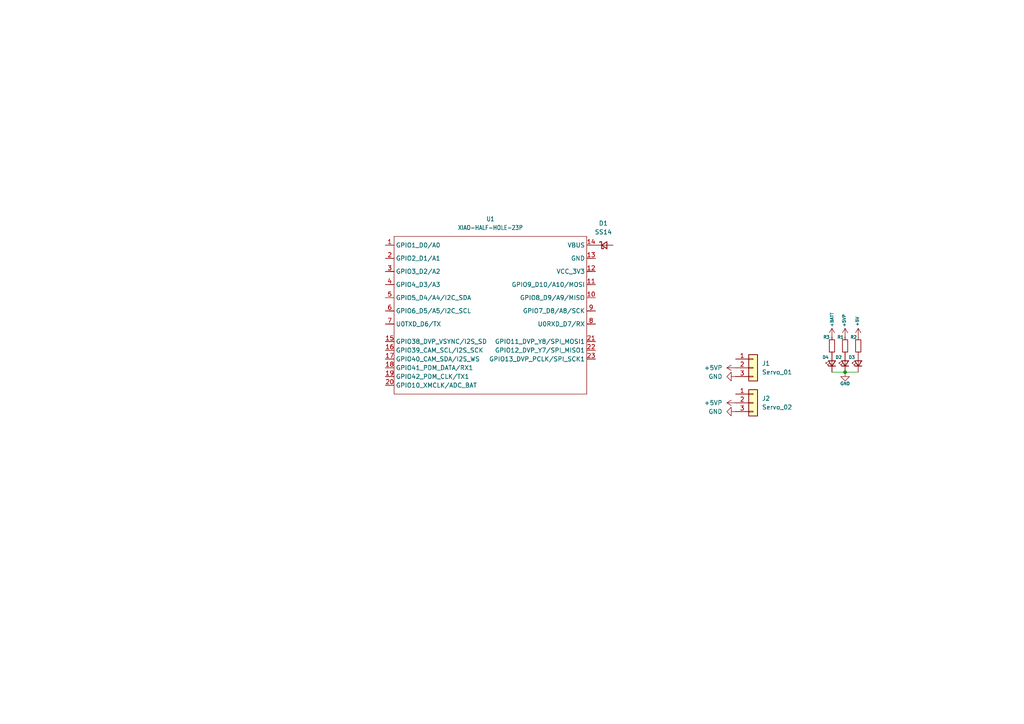
<source format=kicad_sch>
(kicad_sch (version 20250114) (generator "eeschema") (generator_version "9.0")
  (paper "A4")
  (lib_symbols
    (symbol "Connector_Generic:Conn_01x03" (pin_names (offset 1.016) (hide yes))
      (property "Reference" "J" (at 0 5.08 0))
      (property "Value" "Conn_01x03" (at 0 -5.08 0))
      (symbol "Conn_01x03_1_1"
        (rectangle (start -1.27 3.81) (end 1.27 -3.81) (stroke (width 0.254)) (fill (type background)))
        (rectangle (start -1.27 2.667) (end 0 2.413) (stroke (width 0.1524)))
        (rectangle (start -1.27 0.127) (end 0 -0.127) (stroke (width 0.1524)))
        (rectangle (start -1.27 -2.413) (end 0 -2.667) (stroke (width 0.1524)))
        (pin passive line (at -5.08 2.54 0) (length 3.81) (name "Pin_1") (number "1"))
        (pin passive line (at -5.08 0 0) (length 3.81) (name "Pin_2") (number "2"))
        (pin passive line (at -5.08 -2.54 0) (length 3.81) (name "Pin_3") (number "3"))
      )
    )
    (symbol "Device:D_Schottky_Small" (pin_numbers (hide yes)) (pin_names (offset 0.254) (hide yes))
      (property "Reference" "D" (at -1.27 2.032 0))
      (property "Value" "D_Schottky_Small" (at -7.112 -2.032 0))
      (symbol "D_Schottky_Small_0_1"
        (polyline (pts (xy -1.27 0.762) (xy -1.27 1.016) (xy -0.762 1.016) (xy -0.762 -1.016) (xy -0.254 -1.016) (xy -0.254 -0.762)) (stroke (width 0.254)))
        (polyline (pts (xy -0.762 0) (xy 0.762 0)))
        (polyline (pts (xy 0.762 -1.016) (xy -0.762 0) (xy 0.762 1.016) (xy 0.762 -1.016)) (stroke (width 0.254)))
      )
      (symbol "D_Schottky_Small_1_1"
        (pin passive line (at -2.54 0 0) (length 1.778) (name "K") (number "1"))
        (pin passive line (at 2.54 0 180) (length 1.778) (name "A") (number "2"))
      )
    )
    (symbol "Device:LED_Small" (pin_numbers (hide yes)) (pin_names (offset 0.254) (hide yes))
      (property "Reference" "D" (at -1.27 3.175 0))
      (property "Value" "LED_Small" (at -4.445 -2.54 0))
      (symbol "LED_Small_0_1"
        (polyline (pts (xy -0.762 -1.016) (xy -0.762 1.016)) (stroke (width 0.254)))
        (polyline (pts (xy 0 0.762) (xy -0.508 1.27) (xy -0.254 1.27) (xy -0.508 1.27) (xy -0.508 1.016)))
        (polyline (pts (xy 0.508 1.27) (xy 0 1.778) (xy 0.254 1.778) (xy 0 1.778) (xy 0 1.524)))
        (polyline (pts (xy 0.762 -1.016) (xy -0.762 0) (xy 0.762 1.016) (xy 0.762 -1.016)) (stroke (width 0.254)))
        (polyline (pts (xy 1.016 0) (xy -0.762 0)))
      )
      (symbol "LED_Small_1_1"
        (pin passive line (at -2.54 0 0) (length 1.778) (name "K") (number "1"))
        (pin passive line (at 2.54 0 180) (length 1.778) (name "A") (number "2"))
      )
    )
    (symbol "Device:R_Small" (pin_numbers (hide yes)) (pin_names (offset 0.254) (hide yes))
      (property "Reference" "R" (at 0 0 90))
      (property "Value" "R_Small" (at 1.778 0 90))
      (symbol "R_Small_0_1"
        (rectangle (start -0.762 1.778) (end 0.762 -1.778) (stroke (width 0.2032)))
      )
      (symbol "R_Small_1_1"
        (pin passive line (at 0 2.54 270) (length 0.762) (name "~") (number "1"))
        (pin passive line (at 0 -2.54 90) (length 0.762) (name "~") (number "2"))
      )
    )
    (symbol "MOUDLE-SEEEDUINO-XIAO-ESP32S3-Plus:Module/XIAO-HALF-HOLE-23P"
      (property "Reference" "U2" (at -20.828 17.018 0))
      (property "Value" "XIAO-HALF-HOLE-23P" (at -12.446 14.986 0))
      (symbol "Module/XIAO-HALF-HOLE-23P_0_1"
        (polyline (pts (xy -21.59 -13.97) (xy -21.59 -31.75) (xy 34.29 -31.75) (xy 34.29 -13.97)))
      )
      (symbol "Module/XIAO-HALF-HOLE-23P_1_0"
        (polyline (pts (xy -21.59 13.97) (xy 34.29 13.97)) (stroke (width 0.1524)))
        (polyline (pts (xy -21.59 11.43) (xy -22.86 11.43)) (stroke (width 0.1524)))
        (polyline (pts (xy -21.59 11.43) (xy -21.59 13.97)) (stroke (width 0.1524)))
        (polyline (pts (xy -21.59 7.62) (xy -22.86 7.62)) (stroke (width 0.1524)))
        (polyline (pts (xy -21.59 7.62) (xy -21.59 11.43)) (stroke (width 0.1524)))
        (polyline (pts (xy -21.59 3.81) (xy -22.86 3.81)) (stroke (width 0.1524)))
        (polyline (pts (xy -21.59 3.81) (xy -21.59 7.62)) (stroke (width 0.1524)))
        (polyline (pts (xy -21.59 0) (xy -22.86 0)) (stroke (width 0.1524)))
        (polyline (pts (xy -21.59 0) (xy -21.59 3.81)) (stroke (width 0.1524)))
        (polyline (pts (xy -21.59 -3.81) (xy -22.86 -3.81)) (stroke (width 0.1524)))
        (polyline (pts (xy -21.59 -7.62) (xy -22.86 -7.62)) (stroke (width 0.1524)))
        (polyline (pts (xy -21.59 -11.43) (xy -22.86 -11.43)) (stroke (width 0.1524)))
        (polyline (pts (xy -21.59 -13.97) (xy -21.59 0)) (stroke (width 0.1524)))
        (polyline (pts (xy 34.29 13.97) (xy 34.29 11.43)) (stroke (width 0.1524)))
        (polyline (pts (xy 34.29 11.43) (xy 34.29 7.62)) (stroke (width 0.1524)))
        (polyline (pts (xy 34.29 7.62) (xy 34.29 3.81)) (stroke (width 0.1524)))
        (polyline (pts (xy 34.29 3.81) (xy 34.29 -13.97)) (stroke (width 0.1524)))
        (polyline (pts (xy 35.56 11.43) (xy 34.29 11.43)) (stroke (width 0.1524)))
        (polyline (pts (xy 35.56 7.62) (xy 34.29 7.62)) (stroke (width 0.1524)))
        (polyline (pts (xy 35.56 3.81) (xy 34.29 3.81)) (stroke (width 0.1524)))
        (polyline (pts (xy 35.56 0) (xy 34.29 0)) (stroke (width 0.1524)))
        (polyline (pts (xy 35.56 -3.81) (xy 34.29 -3.81)) (stroke (width 0.1524)))
        (polyline (pts (xy 35.56 -7.62) (xy 34.29 -7.62)) (stroke (width 0.1524)))
        (polyline (pts (xy 35.56 -11.43) (xy 34.29 -11.43)) (stroke (width 0.1524)))
        (pin passive line (at -24.13 11.43 0) (length 2.54) (name "GPIO1_D0/A0") (number "1"))
        (pin passive line (at -24.13 7.62 0) (length 2.54) (name "GPIO2_D1/A1") (number "2"))
        (pin passive line (at -24.13 3.81 0) (length 2.54) (name "GPIO3_D2/A2") (number "3"))
        (pin passive line (at -24.13 0 0) (length 2.54) (name "GPIO4_D3/A3") (number "4"))
        (pin passive line (at -24.13 -3.81 0) (length 2.54) (name "GPIO5_D4/A4/I2C_SDA") (number "5"))
        (pin passive line (at -24.13 -7.62 0) (length 2.54) (name "GPIO6_D5/A5/I2C_SCL") (number "6"))
        (pin passive line (at -24.13 -11.43 0) (length 2.54) (name "U0TXD_D6/TX") (number "7"))
        (pin passive line (at 36.83 11.43 180) (length 2.54) (name "VBUS") (number "14"))
        (pin passive line (at 36.83 7.62 180) (length 2.54) (name "GND") (number "13"))
        (pin passive line (at 36.83 3.81 180) (length 2.54) (name "VCC_3V3") (number "12"))
        (pin passive line (at 36.83 0 180) (length 2.54) (name "GPIO9_D10/A10/MOSI") (number "11"))
        (pin passive line (at 36.83 -3.81 180) (length 2.54) (name "GPIO8_D9/A9/MISO") (number "10"))
        (pin passive line (at 36.83 -7.62 180) (length 2.54) (name "GPIO7_D8/A8/SCK") (number "9"))
        (pin passive line (at 36.83 -11.43 180) (length 2.54) (name "U0RXD_D7/RX") (number "8"))
      )
      (symbol "Module/XIAO-HALF-HOLE-23P_1_1"
        (pin passive line (at -24.13 -16.51 0) (length 2.54) (name "GPIO38_DVP_VSYNC/I2S_SD") (number "15"))
        (pin passive line (at -24.13 -19.05 0) (length 2.54) (name "GPIO39_CAM_SCL/I2S_SCK") (number "16"))
        (pin passive line (at -24.13 -21.59 0) (length 2.54) (name "GPIO40_CAM_SDA/I2S_WS") (number "17"))
        (pin passive line (at -24.13 -24.13 0) (length 2.54) (name "GPIO41_PDM_DATA/RX1") (number "18"))
        (pin passive line (at -24.13 -26.67 0) (length 2.54) (name "GPIO42_PDM_CLK/TX1") (number "19"))
        (pin passive line (at -24.13 -29.21 0) (length 2.54) (name "GPIO10_XMCLK/ADC_BAT") (number "20"))
        (pin passive line (at 36.83 -16.51 180) (length 2.54) (name "GPIO11_DVP_Y8/SPI_MOSI1") (number "21"))
        (pin passive line (at 36.83 -19.05 180) (length 2.54) (name "GPIO12_DVP_Y7/SPI_MISO1") (number "22"))
        (pin passive line (at 36.83 -21.59 180) (length 2.54) (name "GPIO13_DVP_PCLK/SPI_SCK1") (number "23"))
      )
    )
    (symbol "power:+5V" (power) (pin_numbers (hide yes)) (pin_names (offset 0) (hide yes))
      (property "Value" "+5V" (at 0 3.556 0))
      (symbol "+5V_0_1"
        (polyline (pts (xy -0.762 1.27) (xy 0 2.54)))
        (polyline (pts (xy 0 2.54) (xy 0.762 1.27)))
        (polyline (pts (xy 0 0) (xy 0 2.54)))
      )
      (symbol "+5V_1_1"
        (pin power_in line (at 0 0 90) (length 0) (name "~") (number "1"))
      )
    )
    (symbol "power:+5VP" (power) (pin_numbers (hide yes)) (pin_names (offset 0) (hide yes))
      (property "Value" "+5VP" (at 0 3.556 0))
      (symbol "+5VP_0_1"
        (polyline (pts (xy -0.762 1.27) (xy 0 2.54)))
        (polyline (pts (xy 0 2.54) (xy 0.762 1.27)))
        (polyline (pts (xy 0 0) (xy 0 2.54)))
      )
      (symbol "+5VP_1_1"
        (pin power_in line (at 0 0 90) (length 0) (name "~") (number "1"))
      )
    )
    (symbol "power:+BATT" (power) (pin_numbers (hide yes)) (pin_names (offset 0) (hide yes))
      (property "Value" "+BATT" (at 0 3.556 0))
      (symbol "+BATT_0_1"
        (polyline (pts (xy -0.762 1.27) (xy 0 2.54)))
        (polyline (pts (xy 0 2.54) (xy 0.762 1.27)))
        (polyline (pts (xy 0 0) (xy 0 2.54)))
      )
      (symbol "+BATT_1_1"
        (pin power_in line (at 0 0 90) (length 0) (name "~") (number "1"))
      )
    )
    (symbol "power:GND" (power) (pin_numbers (hide yes)) (pin_names (offset 0) (hide yes))
      (property "Value" "GND" (at 0 -3.81 0))
      (symbol "GND_0_1"
        (polyline (pts (xy 0 0) (xy 0 -1.27) (xy 1.27 -1.27) (xy 0 -2.54) (xy -1.27 -1.27) (xy 0 -1.27)))
      )
      (symbol "GND_1_1"
        (pin power_in line (at 0 0 270) (length 0) (name "~") (number "1"))
      )
    )
  )
  (junction (at 245.11 107.95))
  (wire (pts (xy 241.3 107.95) (xy 245.11 107.95)))
  (wire (pts (xy 245.11 107.95) (xy 248.92 107.95)))
  (symbol (lib_id "Device:LED_Small") (at 248.92 105.41 90) (unit 1)
    (property "Reference" "D3" (at 246.126 103.632 90) (effects (font (size 0.889 0.889)) (justify right)))
    (property "Value" "LED_Small" (effects (hide yes)))
    (property "Footprint" "LED_SMD:LED_1206_3216Metric_Pad1.42x1.75mm_HandSolder" (effects (hide yes)))
    (property "Description" "Light emitting diode, small symbol" (effects (hide yes)))
    (property "Sim.Pin" "1=K 2=A" (effects (hide yes)))
  )
  (symbol (lib_id "power:+5V") (at 248.92 97.79 0) (unit 1)
    (property "Reference" "#PWR07" (effects (hide yes)))
    (property "Value" "+5V" (at 248.666 93.218 90) (effects (font (size 0.889 0.889))))
    (property "Description" "Power symbol creates a global label with name \"+5V\"" (effects (hide yes)))
  )
  (symbol (lib_id "power:+5VP") (at 245.11 97.79 0) (unit 1)
    (property "Reference" "#PWR05" (effects (hide yes)))
    (property "Value" "+5VP" (at 244.856 92.964 90) (effects (font (size 0.889 0.889))))
    (property "Description" "Power symbol creates a global label with name \"+5VP\"" (effects (hide yes)))
  )
  (symbol (lib_id "power:GND") (at 213.36 109.22 270) (unit 1)
    (property "Reference" "#PWR02" (effects (hide yes)))
    (property "Value" "GND" (at 209.55 109.2199 90) (effects (justify right)))
    (property "Description" "Power symbol creates a global label with name \"GND\" , ground" (effects (hide yes)))
  )
  (symbol (lib_id "Connector_Generic:Conn_01x03") (at 218.44 116.84 0) (unit 1)
    (property "Reference" "J2" (at 220.98 115.5699 0) (effects (justify left)))
    (property "Value" "Servo_02" (at 220.98 118.1099 0) (effects (justify left)))
    (property "Footprint" "Connector_PinHeader_2.54mm:PinHeader_1x03_P2.54mm_Vertical" (effects (hide yes)))
    (property "Description" "Generic connector, single row, 01x03, script generated (kicad-library-utils/schlib/autogen/connector/)" (effects (hide yes)))
  )
  (symbol (lib_id "Device:D_Schottky_Small") (at 175.26 71.12 0) (unit 1)
    (property "Reference" "D1" (at 175.006 64.77 0))
    (property "Value" "SS14" (at 175.006 67.31 0))
    (property "Footprint" "Diode_SMD:D_SMA_Handsoldering" (effects (hide yes)))
    (property "Description" "Schottky diode, small symbol" (effects (hide yes)))
  )
  (symbol (lib_id "Device:R_Small") (at 241.3 100.33 0) (unit 1)
    (property "Reference" "R3" (at 238.76 97.79 0) (effects (font (size 0.889 0.889)) (justify left)))
    (property "Value" "R_Small" (effects (hide yes)))
    (property "Footprint" "Resistor_SMD:R_1206_3216Metric_Pad1.30x1.75mm_HandSolder" (effects (hide yes)))
    (property "Description" "Resistor, small symbol" (effects (hide yes)))
  )
  (symbol (lib_id "Connector_Generic:Conn_01x03") (at 218.44 106.68 0) (unit 1)
    (property "Reference" "J1" (at 220.98 105.4099 0) (effects (justify left)))
    (property "Value" "Servo_01" (at 220.98 107.9499 0) (effects (justify left)))
    (property "Footprint" "Connector_PinHeader_2.54mm:PinHeader_1x03_P2.54mm_Vertical" (effects (hide yes)))
    (property "Description" "Generic connector, single row, 01x03, script generated (kicad-library-utils/schlib/autogen/connector/)" (effects (hide yes)))
  )
  (symbol (lib_id "Device:R_Small") (at 248.92 100.33 0) (unit 1)
    (property "Reference" "R2" (at 246.634 97.79 0) (effects (font (size 0.889 0.889)) (justify left)))
    (property "Value" "R_Small" (effects (hide yes)))
    (property "Footprint" "Resistor_SMD:R_1206_3216Metric_Pad1.30x1.75mm_HandSolder" (effects (hide yes)))
    (property "Description" "Resistor, small symbol" (effects (hide yes)))
  )
  (symbol (lib_id "power:+5VP") (at 213.36 116.84 90) (unit 1)
    (property "Reference" "#PWR03" (effects (hide yes)))
    (property "Value" "+5VP" (at 209.55 116.8399 90) (effects (justify left)))
    (property "Description" "Power symbol creates a global label with name \"+5VP\"" (effects (hide yes)))
  )
  (symbol (lib_id "power:GND") (at 245.11 107.95 0) (unit 1)
    (property "Reference" "#PWR06" (effects (hide yes)))
    (property "Value" "GND" (at 245.11 111.252 0) (effects (font (size 0.889 0.889))))
    (property "Description" "Power symbol creates a global label with name \"GND\" , ground" (effects (hide yes)))
  )
  (symbol (lib_id "Device:LED_Small") (at 241.3 105.41 90) (unit 1)
    (property "Reference" "D4" (at 238.506 103.632 90) (effects (font (size 0.889 0.889)) (justify right)))
    (property "Value" "LED_Small" (effects (hide yes)))
    (property "Footprint" "LED_SMD:LED_1206_3216Metric_Pad1.42x1.75mm_HandSolder" (effects (hide yes)))
    (property "Description" "Light emitting diode, small symbol" (effects (hide yes)))
    (property "Sim.Pin" "1=K 2=A" (effects (hide yes)))
  )
  (symbol (lib_id "Device:R_Small") (at 245.11 100.33 0) (unit 1)
    (property "Reference" "R1" (at 242.824 97.79 0) (effects (font (size 0.889 0.889)) (justify left)))
    (property "Value" "R_Small" (effects (hide yes)))
    (property "Footprint" "Resistor_SMD:R_1206_3216Metric_Pad1.30x1.75mm_HandSolder" (effects (hide yes)))
    (property "Description" "Resistor, small symbol" (effects (hide yes)))
  )
  (symbol (lib_id "power:+5VP") (at 213.36 106.68 90) (unit 1)
    (property "Reference" "#PWR01" (effects (hide yes)))
    (property "Value" "+5VP" (at 209.55 106.6799 90) (effects (justify left)))
    (property "Description" "Power symbol creates a global label with name \"+5VP\"" (effects (hide yes)))
  )
  (symbol (lib_id "MOUDLE-SEEEDUINO-XIAO-ESP32S3-Plus:Module/XIAO-HALF-HOLE-23P") (at 135.89 82.55 0) (unit 1)
    (property "Reference" "U1" (at 142.24 63.5 0) (effects (font (size 1.27 1.0795))))
    (property "Value" "XIAO-HALF-HOLE-23P" (at 142.24 66.04 0) (effects (font (size 1.27 1.0795))))
    (property "Footprint" "xiao ESP32S3 Plus_PCB:MOUDLE23P-SMD-2.54-21X17.8MM.kicad_mod.kicad_sym" (effects (hide yes)))
    (property "Description" "XIAO-HALF-HOLE-23P" (effects (hide yes)))
    (property "SKU" "XIAO-HALF-HOLE-23P" (effects (hide yes)))
  )
  (symbol (lib_id "Device:LED_Small") (at 245.11 105.41 90) (unit 1)
    (property "Reference" "D2" (at 242.316 103.632 90) (effects (font (size 0.889 0.889)) (justify right)))
    (property "Value" "LED_Small" (effects (hide yes)))
    (property "Footprint" "LED_SMD:LED_1206_3216Metric_Pad1.42x1.75mm_HandSolder" (effects (hide yes)))
    (property "Description" "Light emitting diode, small symbol" (effects (hide yes)))
    (property "Sim.Pin" "1=K 2=A" (effects (hide yes)))
  )
  (symbol (lib_id "power:+BATT") (at 241.3 97.79 0) (unit 1)
    (property "Reference" "#PWR08" (effects (hide yes)))
    (property "Value" "+BATT" (at 241.3 92.71 90) (effects (font (size 0.889 0.889))))
    (property "Description" "Power symbol creates a global label with name \"+BATT\"" (effects (hide yes)))
  )
  (symbol (lib_id "power:GND") (at 213.36 119.38 270) (unit 1)
    (property "Reference" "#PWR04" (effects (hide yes)))
    (property "Value" "GND" (at 209.55 119.3799 90) (effects (justify right)))
    (property "Description" "Power symbol creates a global label with name \"GND\" , ground" (effects (hide yes)))
  )
)
</source>
